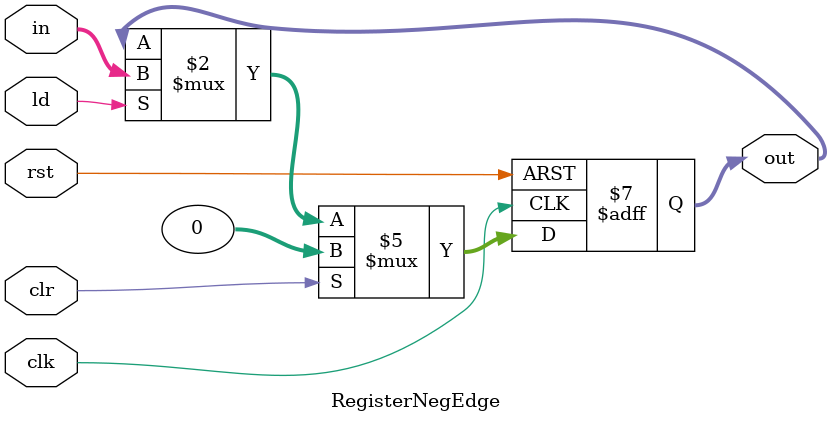
<source format=v>

module Register #(
    parameter N = 32
)(
    input clk, rst,
    input [N-1:0] in,
    input ld, clr,
    output reg [N-1:0] out
);
    always @(posedge clk) begin
        if (rst)
            out <= {N{1'b0}};
        else if (clr)
            out <= {N{1'b0}};
        else if (ld)
            out <= in;
    end
endmodule

module RegisterNegEdge #(
    parameter N = 32
)(
    input clk, rst,
    input [N-1:0] in,
    input ld, clr,
    output reg [N-1:0] out
);
    always @(negedge clk or posedge rst) begin
        if (rst)
            out <= {N{1'b0}};
        else if (clr)
            out <= {N{1'b0}};
        else if (ld)
            out <= in;
    end
endmodule

</source>
